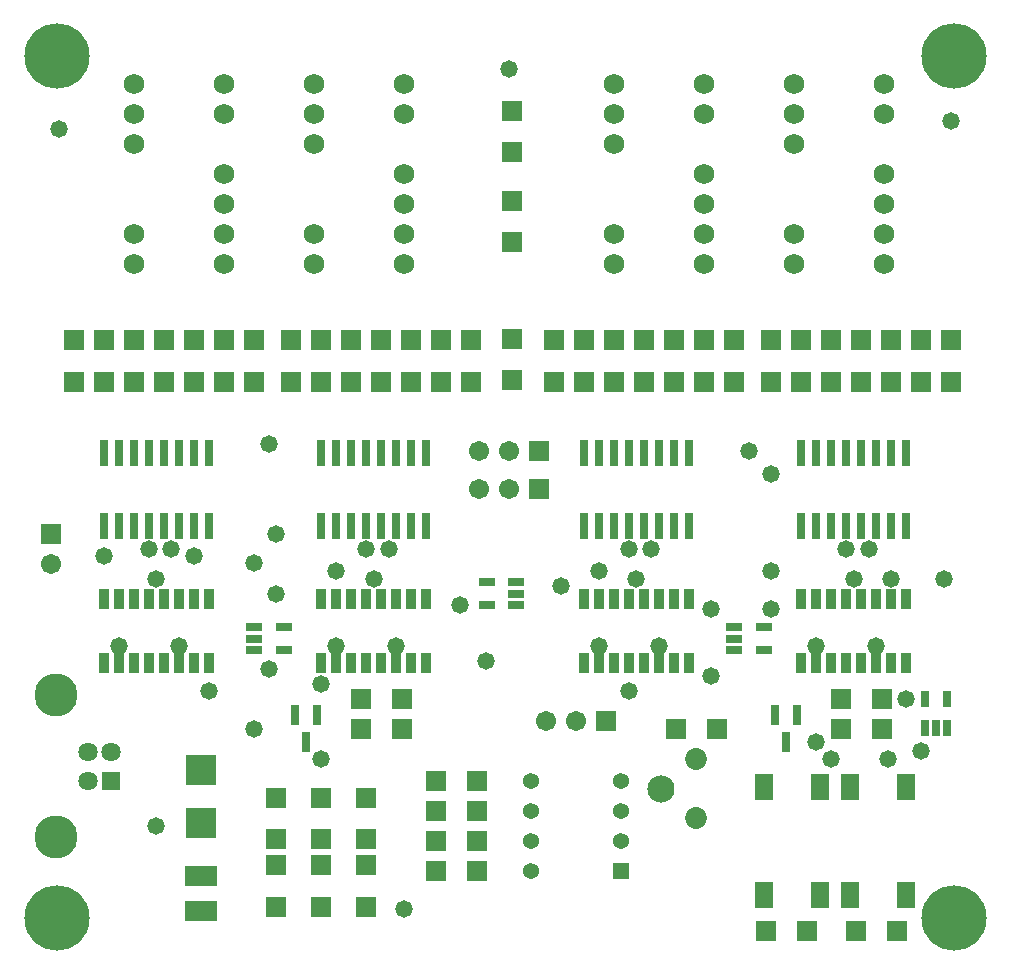
<source format=gts>
G04 Layer_Color=8388736*
%FSLAX25Y25*%
%MOIN*%
G70*
G01*
G75*
%ADD41R,0.06312X0.09068*%
%ADD42R,0.06706X0.06706*%
%ADD43R,0.06706X0.06706*%
%ADD44R,0.03359X0.06804*%
%ADD45R,0.05524X0.03162*%
%ADD46R,0.03162X0.06509*%
%ADD47R,0.03162X0.05524*%
%ADD48R,0.03162X0.08674*%
%ADD49R,0.11036X0.06706*%
%ADD50R,0.09855X0.09855*%
%ADD51C,0.06706*%
%ADD52C,0.21745*%
%ADD53C,0.07296*%
%ADD54C,0.09068*%
%ADD55C,0.06800*%
%ADD56C,0.05367*%
%ADD57R,0.05367X0.05367*%
%ADD58C,0.14383*%
%ADD59C,0.06434*%
%ADD60R,0.06434X0.06434*%
%ADD61C,0.05800*%
D41*
X295039Y55413D02*
D03*
Y19587D02*
D03*
X276142Y55413D02*
D03*
Y19587D02*
D03*
X266358Y55413D02*
D03*
Y19587D02*
D03*
X247461Y55413D02*
D03*
Y19587D02*
D03*
D42*
X163500Y280890D02*
D03*
Y267110D02*
D03*
Y250890D02*
D03*
Y237110D02*
D03*
X115000Y15610D02*
D03*
Y29390D02*
D03*
X100000Y15610D02*
D03*
Y29390D02*
D03*
X85000Y15610D02*
D03*
Y29390D02*
D03*
X115000Y51890D02*
D03*
Y38110D02*
D03*
X100000Y51890D02*
D03*
Y38110D02*
D03*
X85000Y51890D02*
D03*
Y38110D02*
D03*
X250000Y204390D02*
D03*
Y190610D02*
D03*
X237500Y204390D02*
D03*
Y190610D02*
D03*
X310000Y204390D02*
D03*
Y190610D02*
D03*
X227500Y204390D02*
D03*
Y190610D02*
D03*
X300000Y204390D02*
D03*
Y190610D02*
D03*
X217500Y204390D02*
D03*
Y190610D02*
D03*
X290000Y204390D02*
D03*
Y190610D02*
D03*
X207500Y204390D02*
D03*
Y190610D02*
D03*
X280000Y204390D02*
D03*
Y190610D02*
D03*
X197500Y204390D02*
D03*
Y190610D02*
D03*
X270000Y204390D02*
D03*
Y190610D02*
D03*
X177500Y204390D02*
D03*
Y190610D02*
D03*
X187500Y204390D02*
D03*
Y190610D02*
D03*
X260000Y204390D02*
D03*
Y190610D02*
D03*
X77500Y204390D02*
D03*
Y190610D02*
D03*
X150000Y204390D02*
D03*
Y190610D02*
D03*
X67500Y204390D02*
D03*
Y190610D02*
D03*
X140000Y204390D02*
D03*
Y190610D02*
D03*
X57500Y204390D02*
D03*
Y190610D02*
D03*
X130000Y204390D02*
D03*
Y190610D02*
D03*
X47500Y204390D02*
D03*
Y190610D02*
D03*
X120000Y204390D02*
D03*
Y190610D02*
D03*
X37500Y204390D02*
D03*
Y190610D02*
D03*
X110000Y204390D02*
D03*
Y190610D02*
D03*
X17500Y204390D02*
D03*
Y190610D02*
D03*
X90000Y204390D02*
D03*
Y190610D02*
D03*
X27500Y204390D02*
D03*
Y190610D02*
D03*
X100000Y204390D02*
D03*
Y190610D02*
D03*
X163500Y204890D02*
D03*
Y191110D02*
D03*
X10000Y140000D02*
D03*
D43*
X261890Y7500D02*
D03*
X248110D02*
D03*
X218110Y75000D02*
D03*
X231890D02*
D03*
X151890Y57500D02*
D03*
X138110D02*
D03*
Y47500D02*
D03*
X151890D02*
D03*
Y27500D02*
D03*
X138110D02*
D03*
X291890Y7500D02*
D03*
X278110D02*
D03*
X113110Y75000D02*
D03*
X126890D02*
D03*
Y85000D02*
D03*
X113110D02*
D03*
X138110Y37500D02*
D03*
X151890D02*
D03*
X273110Y75000D02*
D03*
X286890D02*
D03*
Y85000D02*
D03*
X273110D02*
D03*
X195000Y77500D02*
D03*
X172500Y167500D02*
D03*
Y155000D02*
D03*
D44*
X260000Y96823D02*
D03*
X265000D02*
D03*
X270000D02*
D03*
X275000D02*
D03*
X280000D02*
D03*
X285000D02*
D03*
X290000D02*
D03*
X295000D02*
D03*
Y118177D02*
D03*
X290000D02*
D03*
X285000D02*
D03*
X280000D02*
D03*
X275000D02*
D03*
X270000D02*
D03*
X265000D02*
D03*
X260000D02*
D03*
X100000Y96823D02*
D03*
X105000D02*
D03*
X110000D02*
D03*
X115000D02*
D03*
X120000D02*
D03*
X125000D02*
D03*
X130000D02*
D03*
X135000D02*
D03*
Y118177D02*
D03*
X130000D02*
D03*
X125000D02*
D03*
X120000D02*
D03*
X115000D02*
D03*
X110000D02*
D03*
X105000D02*
D03*
X100000D02*
D03*
X27500Y96823D02*
D03*
X32500D02*
D03*
X37500D02*
D03*
X42500D02*
D03*
X47500D02*
D03*
X52500D02*
D03*
X57500D02*
D03*
X62500D02*
D03*
Y118177D02*
D03*
X57500D02*
D03*
X52500D02*
D03*
X47500D02*
D03*
X42500D02*
D03*
X37500D02*
D03*
X32500D02*
D03*
X27500D02*
D03*
X187500Y96823D02*
D03*
X192500D02*
D03*
X197500D02*
D03*
X202500D02*
D03*
X207500D02*
D03*
X212500D02*
D03*
X217500D02*
D03*
X222500D02*
D03*
Y118177D02*
D03*
X217500D02*
D03*
X212500D02*
D03*
X207500D02*
D03*
X202500D02*
D03*
X197500D02*
D03*
X192500D02*
D03*
X187500D02*
D03*
D45*
X77579Y108740D02*
D03*
Y105000D02*
D03*
Y101260D02*
D03*
X87421D02*
D03*
Y108740D02*
D03*
X164921Y116260D02*
D03*
Y120000D02*
D03*
Y123740D02*
D03*
X155079D02*
D03*
Y116260D02*
D03*
X237579Y108740D02*
D03*
Y105000D02*
D03*
Y101260D02*
D03*
X247421D02*
D03*
Y108740D02*
D03*
D46*
X95000Y70374D02*
D03*
X91260Y79626D02*
D03*
X98740D02*
D03*
X255000Y70374D02*
D03*
X251260Y79626D02*
D03*
X258740D02*
D03*
D47*
X301260Y75079D02*
D03*
X305000D02*
D03*
X308740D02*
D03*
Y84921D02*
D03*
X301260D02*
D03*
D48*
X187500Y142500D02*
D03*
X192500D02*
D03*
X197500D02*
D03*
X202500D02*
D03*
X207500D02*
D03*
X212500D02*
D03*
X217500D02*
D03*
X222500D02*
D03*
X187500Y166957D02*
D03*
X192500D02*
D03*
X197500D02*
D03*
X202500D02*
D03*
X207500D02*
D03*
X212500D02*
D03*
X217500D02*
D03*
X222500D02*
D03*
X260000Y142500D02*
D03*
X265000D02*
D03*
X270000D02*
D03*
X275000D02*
D03*
X280000D02*
D03*
X285000D02*
D03*
X290000D02*
D03*
X295000D02*
D03*
X260000Y166957D02*
D03*
X265000D02*
D03*
X270000D02*
D03*
X275000D02*
D03*
X280000D02*
D03*
X285000D02*
D03*
X290000D02*
D03*
X295000D02*
D03*
X100000Y142500D02*
D03*
X105000D02*
D03*
X110000D02*
D03*
X115000D02*
D03*
X120000D02*
D03*
X125000D02*
D03*
X130000D02*
D03*
X135000D02*
D03*
X100000Y166957D02*
D03*
X105000D02*
D03*
X110000D02*
D03*
X115000D02*
D03*
X120000D02*
D03*
X125000D02*
D03*
X130000D02*
D03*
X135000D02*
D03*
X27500Y142500D02*
D03*
X32500D02*
D03*
X37500D02*
D03*
X42500D02*
D03*
X47500D02*
D03*
X52500D02*
D03*
X57500D02*
D03*
X62500D02*
D03*
X27500Y166957D02*
D03*
X32500D02*
D03*
X37500D02*
D03*
X42500D02*
D03*
X47500D02*
D03*
X52500D02*
D03*
X57500D02*
D03*
X62500D02*
D03*
D49*
X60000Y14095D02*
D03*
Y25905D02*
D03*
D50*
X60000Y61358D02*
D03*
Y43642D02*
D03*
D51*
X10000Y130000D02*
D03*
X185000Y77500D02*
D03*
X175000D02*
D03*
X162500Y167500D02*
D03*
X152500D02*
D03*
X162500Y155000D02*
D03*
X152500D02*
D03*
D52*
X311024Y11811D02*
D03*
X11811D02*
D03*
Y299213D02*
D03*
X311024D02*
D03*
D53*
X225000Y45158D02*
D03*
Y64842D02*
D03*
D54*
X213189Y55000D02*
D03*
D55*
X127500Y260000D02*
D03*
Y290000D02*
D03*
Y280000D02*
D03*
Y250000D02*
D03*
Y240000D02*
D03*
Y230000D02*
D03*
X97500D02*
D03*
Y240000D02*
D03*
Y270000D02*
D03*
Y280000D02*
D03*
Y290000D02*
D03*
X37500D02*
D03*
Y280000D02*
D03*
Y270000D02*
D03*
Y240000D02*
D03*
Y230000D02*
D03*
X67500D02*
D03*
Y240000D02*
D03*
Y250000D02*
D03*
Y280000D02*
D03*
Y290000D02*
D03*
Y260000D02*
D03*
X197500Y290000D02*
D03*
Y280000D02*
D03*
Y270000D02*
D03*
Y240000D02*
D03*
Y230000D02*
D03*
X227500D02*
D03*
Y240000D02*
D03*
Y250000D02*
D03*
Y280000D02*
D03*
Y290000D02*
D03*
Y260000D02*
D03*
X287500D02*
D03*
Y290000D02*
D03*
Y280000D02*
D03*
Y250000D02*
D03*
Y240000D02*
D03*
Y230000D02*
D03*
X257500D02*
D03*
Y240000D02*
D03*
Y270000D02*
D03*
Y280000D02*
D03*
Y290000D02*
D03*
D56*
X170000Y27500D02*
D03*
Y37500D02*
D03*
Y47500D02*
D03*
Y57500D02*
D03*
X200000D02*
D03*
Y47500D02*
D03*
Y37500D02*
D03*
D57*
Y27500D02*
D03*
D58*
X11457Y86122D02*
D03*
Y38721D02*
D03*
D59*
X22126Y57500D02*
D03*
Y67343D02*
D03*
X30000D02*
D03*
D60*
Y57500D02*
D03*
D61*
X162500Y295000D02*
D03*
X310000Y277500D02*
D03*
X12500Y275000D02*
D03*
X127500Y15000D02*
D03*
X45000Y42500D02*
D03*
X307500Y125000D02*
D03*
X155000Y97500D02*
D03*
X242500Y167500D02*
D03*
X82500Y170000D02*
D03*
X146240Y116260D02*
D03*
X250000Y115000D02*
D03*
X57500Y132500D02*
D03*
X85000Y140000D02*
D03*
X117500Y125000D02*
D03*
X277500D02*
D03*
X282500Y135000D02*
D03*
X275000D02*
D03*
X205000Y125000D02*
D03*
X210000Y135000D02*
D03*
X202500D02*
D03*
X192500Y127500D02*
D03*
X122500Y135000D02*
D03*
X115000D02*
D03*
X45000Y125000D02*
D03*
X50000Y135000D02*
D03*
X27500Y132500D02*
D03*
X42500Y135000D02*
D03*
X230000Y115000D02*
D03*
Y92500D02*
D03*
X202500Y87500D02*
D03*
X85000Y120000D02*
D03*
X62500Y87500D02*
D03*
X82500Y95000D02*
D03*
X77500Y75000D02*
D03*
Y130339D02*
D03*
X250000Y127500D02*
D03*
Y160000D02*
D03*
X290000Y125000D02*
D03*
X288858Y65000D02*
D03*
X300000Y67500D02*
D03*
X270000Y65000D02*
D03*
X180000Y122500D02*
D03*
X265000Y70374D02*
D03*
X105000Y127500D02*
D03*
X100000Y90000D02*
D03*
X105000Y102500D02*
D03*
X125000D02*
D03*
X32500D02*
D03*
X52500D02*
D03*
X265000D02*
D03*
X285000D02*
D03*
X212500D02*
D03*
X192500D02*
D03*
X100000Y65000D02*
D03*
X295000Y85000D02*
D03*
M02*

</source>
